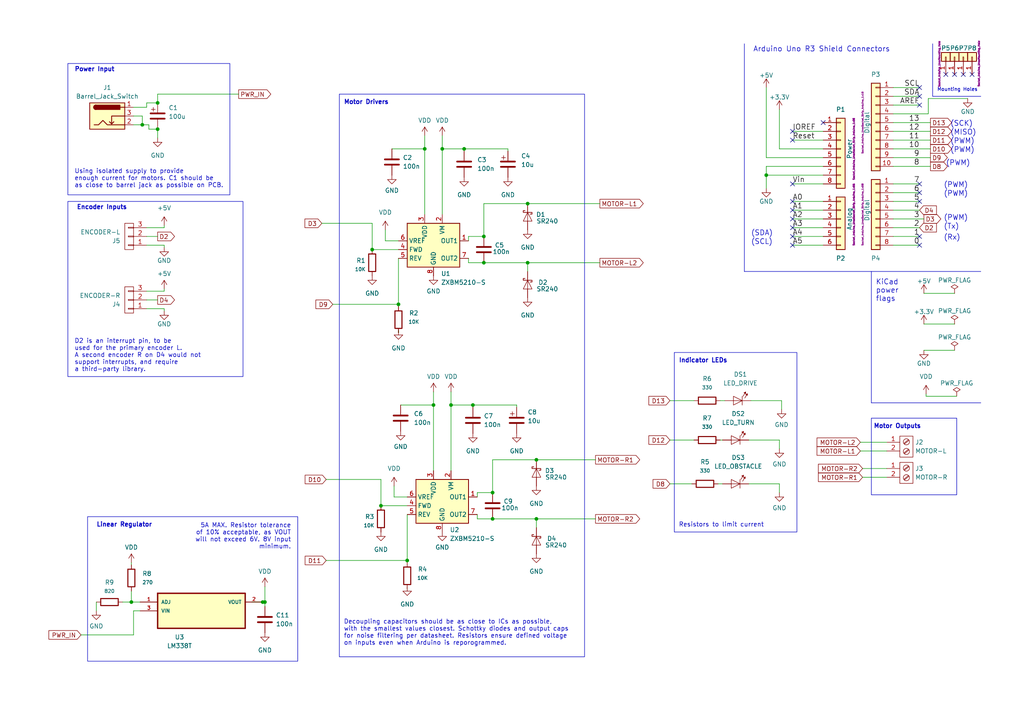
<source format=kicad_sch>
(kicad_sch (version 20230121) (generator eeschema)
  (paper "A4")
  (title_block (title "Arduino Dual Motor Driver Shield") (date "2024-04-16") (rev "E") (company "Connor Varney - 84155360"))
  (lib_symbols
    (symbol "Connector:Barrel_Jack_Switch" (pin_names hide)
      (property "Reference" "J" (at 0 5.334 0))
      (property "Value" "Barrel_Jack_Switch" (at 0 -5.08 0))
      (symbol "Barrel_Jack_Switch_0_1"
        (rectangle (start -5.08 3.81) (end 5.08 -3.81) (stroke (width 0.254)) (fill (type background)))
        (arc (start -3.302 3.175) (mid -3.9343 2.54) (end -3.302 1.905) (stroke (width 0.254)))
        (arc (start -3.302 3.175) (mid -3.9343 2.54) (end -3.302 1.905) (stroke (width 0.254)) (fill (type outline)))
        (polyline (pts (xy 1.27 -2.286) (xy 1.905 -1.651)) (stroke (width 0.254)))
        (polyline (pts (xy 5.08 2.54) (xy 3.81 2.54)) (stroke (width 0.254)))
        (polyline (pts (xy 5.08 0) (xy 1.27 0) (xy 1.27 -2.286) (xy 0.635 -1.651)) (stroke (width 0.254)))
        (polyline (pts (xy -3.81 -2.54) (xy -2.54 -2.54) (xy -1.27 -1.27) (xy 0 -2.54) (xy 2.54 -2.54) (xy 5.08 -2.54)) (stroke (width 0.254)))
        (rectangle (start 3.683 3.175) (end -3.302 1.905) (stroke (width 0.254)) (fill (type outline)))
      )
      (symbol "Barrel_Jack_Switch_1_1"
        (pin passive line (at 7.62 2.54 180) (length 2.54) (name "~") (number "1"))
        (pin passive line (at 7.62 -2.54 180) (length 2.54) (name "~") (number "2"))
        (pin passive line (at 7.62 0 180) (length 2.54) (name "~") (number "3"))
      )
    )
    (symbol "Connector_Generic:Conn_01x01" (pin_names (offset 1.016) hide)
      (property "Reference" "J" (at 0 2.54 0))
      (property "Value" "Conn_01x01" (at 0 -2.54 0))
      (symbol "Conn_01x01_1_1"
        (rectangle (start -1.27 0.127) (end 0 -0.127) (stroke (width 0.1524)))
        (rectangle (start -1.27 1.27) (end 1.27 -1.27) (stroke (width 0.254)) (fill (type background)))
        (pin passive line (at -5.08 0 0) (length 3.81) (name "Pin_1") (number "1"))
      )
    )
    (symbol "Connector_Generic:Conn_01x06" (pin_names (offset 1.016) hide)
      (property "Reference" "J" (at 0 7.62 0))
      (property "Value" "Conn_01x06" (at 0 -10.16 0))
      (symbol "Conn_01x06_1_1"
        (rectangle (start -1.27 -7.493) (end 0 -7.747) (stroke (width 0.1524)))
        (rectangle (start -1.27 -4.953) (end 0 -5.207) (stroke (width 0.1524)))
        (rectangle (start -1.27 -2.413) (end 0 -2.667) (stroke (width 0.1524)))
        (rectangle (start -1.27 0.127) (end 0 -0.127) (stroke (width 0.1524)))
        (rectangle (start -1.27 2.667) (end 0 2.413) (stroke (width 0.1524)))
        (rectangle (start -1.27 5.207) (end 0 4.953) (stroke (width 0.1524)))
        (rectangle (start -1.27 6.35) (end 1.27 -8.89) (stroke (width 0.254)) (fill (type background)))
        (pin passive line (at -5.08 5.08 0) (length 3.81) (name "Pin_1") (number "1"))
        (pin passive line (at -5.08 2.54 0) (length 3.81) (name "Pin_2") (number "2"))
        (pin passive line (at -5.08 0 0) (length 3.81) (name "Pin_3") (number "3"))
        (pin passive line (at -5.08 -2.54 0) (length 3.81) (name "Pin_4") (number "4"))
        (pin passive line (at -5.08 -5.08 0) (length 3.81) (name "Pin_5") (number "5"))
        (pin passive line (at -5.08 -7.62 0) (length 3.81) (name "Pin_6") (number "6"))
      )
    )
    (symbol "Connector_Generic:Conn_01x08" (pin_names (offset 1.016) hide)
      (property "Reference" "J" (at 0 10.16 0))
      (property "Value" "Conn_01x08" (at 0 -12.7 0))
      (symbol "Conn_01x08_1_1"
        (rectangle (start -1.27 -10.033) (end 0 -10.287) (stroke (width 0.1524)))
        (rectangle (start -1.27 -7.493) (end 0 -7.747) (stroke (width 0.1524)))
        (rectangle (start -1.27 -4.953) (end 0 -5.207) (stroke (width 0.1524)))
        (rectangle (start -1.27 -2.413) (end 0 -2.667) (stroke (width 0.1524)))
        (rectangle (start -1.27 0.127) (end 0 -0.127) (stroke (width 0.1524)))
        (rectangle (start -1.27 2.667) (end 0 2.413) (stroke (width 0.1524)))
        (rectangle (start -1.27 5.207) (end 0 4.953) (stroke (width 0.1524)))
        (rectangle (start -1.27 7.747) (end 0 7.493) (stroke (width 0.1524)))
        (rectangle (start -1.27 8.89) (end 1.27 -11.43) (stroke (width 0.254)) (fill (type background)))
        (pin passive line (at -5.08 7.62 0) (length 3.81) (name "Pin_1") (number "1"))
        (pin passive line (at -5.08 5.08 0) (length 3.81) (name "Pin_2") (number "2"))
        (pin passive line (at -5.08 2.54 0) (length 3.81) (name "Pin_3") (number "3"))
        (pin passive line (at -5.08 0 0) (length 3.81) (name "Pin_4") (number "4"))
        (pin passive line (at -5.08 -2.54 0) (length 3.81) (name "Pin_5") (number "5"))
        (pin passive line (at -5.08 -5.08 0) (length 3.81) (name "Pin_6") (number "6"))
        (pin passive line (at -5.08 -7.62 0) (length 3.81) (name "Pin_7") (number "7"))
        (pin passive line (at -5.08 -10.16 0) (length 3.81) (name "Pin_8") (number "8"))
      )
    )
    (symbol "Connector_Generic:Conn_01x10" (pin_names (offset 1.016) hide)
      (property "Reference" "J" (at 0 12.7 0))
      (property "Value" "Conn_01x10" (at 0 -15.24 0))
      (symbol "Conn_01x10_1_1"
        (rectangle (start -1.27 -12.573) (end 0 -12.827) (stroke (width 0.1524)))
        (rectangle (start -1.27 -10.033) (end 0 -10.287) (stroke (width 0.1524)))
        (rectangle (start -1.27 -7.493) (end 0 -7.747) (stroke (width 0.1524)))
        (rectangle (start -1.27 -4.953) (end 0 -5.207) (stroke (width 0.1524)))
        (rectangle (start -1.27 -2.413) (end 0 -2.667) (stroke (width 0.1524)))
        (rectangle (start -1.27 0.127) (end 0 -0.127) (stroke (width 0.1524)))
        (rectangle (start -1.27 2.667) (end 0 2.413) (stroke (width 0.1524)))
        (rectangle (start -1.27 5.207) (end 0 4.953) (stroke (width 0.1524)))
        (rectangle (start -1.27 7.747) (end 0 7.493) (stroke (width 0.1524)))
        (rectangle (start -1.27 10.287) (end 0 10.033) (stroke (width 0.1524)))
        (rectangle (start -1.27 11.43) (end 1.27 -13.97) (stroke (width 0.254)) (fill (type background)))
        (pin passive line (at -5.08 10.16 0) (length 3.81) (name "Pin_1") (number "1"))
        (pin passive line (at -5.08 -12.7 0) (length 3.81) (name "Pin_10") (number "10"))
        (pin passive line (at -5.08 7.62 0) (length 3.81) (name "Pin_2") (number "2"))
        (pin passive line (at -5.08 5.08 0) (length 3.81) (name "Pin_3") (number "3"))
        (pin passive line (at -5.08 2.54 0) (length 3.81) (name "Pin_4") (number "4"))
        (pin passive line (at -5.08 0 0) (length 3.81) (name "Pin_5") (number "5"))
        (pin passive line (at -5.08 -2.54 0) (length 3.81) (name "Pin_6") (number "6"))
        (pin passive line (at -5.08 -5.08 0) (length 3.81) (name "Pin_7") (number "7"))
        (pin passive line (at -5.08 -7.62 0) (length 3.81) (name "Pin_8") (number "8"))
        (pin passive line (at -5.08 -10.16 0) (length 3.81) (name "Pin_9") (number "9"))
      )
    )
    (symbol "Driver_Motor:ZXBM5210-S"
      (property "Reference" "U" (at -7.62 8.89 0))
      (property "Value" "ZXBM5210-S" (at 10.16 8.89 0))
      (symbol "ZXBM5210-S_0_0"
        (pin output line (at 10.16 2.54 180) (length 2.54) (name "OUT1") (number "1"))
        (pin power_in line (at 2.54 10.16 270) (length 2.54) (name "VM") (number "2"))
        (pin power_in line (at -2.54 10.16 270) (length 2.54) (name "VDD") (number "3"))
        (pin input line (at -10.16 0 0) (length 2.54) (name "FWD") (number "4"))
        (pin input line (at -10.16 -2.54 0) (length 2.54) (name "REV") (number "5"))
        (pin input line (at -10.16 2.54 0) (length 2.54) (name "VREF") (number "6"))
        (pin output line (at 10.16 -2.54 180) (length 2.54) (name "OUT2") (number "7"))
        (pin power_in line (at 0 -7.62 90) (length 2.54) (name "GND") (number "8"))
      )
      (symbol "ZXBM5210-S_0_1"
        (rectangle (start -7.62 7.62) (end 7.62 -5.08) (stroke (width 0.254)) (fill (type background)))
      )
    )
    (symbol "LM338T:LM338T" (pin_names (offset 1.016))
      (property "Reference" "U" (at -12.7 6.08 0))
      (property "Value" "LM338T" (at -12.7 -9.08 0))
      (symbol "LM338T_0_0"
        (rectangle (start -12.7 -5.08) (end 12.7 5.08) (stroke (width 0.41)) (fill (type background)))
        (pin input line (at -17.78 2.54 0) (length 5.08) (name "ADJ") (number "1"))
        (pin output line (at 17.78 2.54 180) (length 5.08) (name "VOUT") (number "2"))
        (pin input line (at -17.78 0 0) (length 5.08) (name "VIN") (number "3"))
      )
    )
    (symbol "enel200_uc_kicad7:UC_C" (pin_numbers hide) (pin_names (offset 0.254))
      (property "Reference" "C" (at 0.635 2.54 0))
      (property "Value" "UC_C" (at 0.635 -2.54 0))
      (symbol "UC_C_0_1"
        (polyline (pts (xy -2.032 -0.762) (xy 2.032 -0.762)) (stroke (width 0.508)))
        (polyline (pts (xy -2.032 0.762) (xy 2.032 0.762)) (stroke (width 0.508)))
      )
      (symbol "UC_C_1_1"
        (pin passive line (at 0 3.81 270) (length 2.794) (name "~") (number "1"))
        (pin passive line (at 0 -3.81 90) (length 2.794) (name "~") (number "2"))
      )
    )
    (symbol "enel200_uc_kicad7:UC_CONN_01X03" (pin_names (offset 1.016) hide)
      (property "Reference" "J" (at 0 5.08 0))
      (property "Value" "UC_CONN_01X03" (at 2.54 0 90))
      (symbol "UC_CONN_01X03_0_1"
        (rectangle (start -1.27 0.127) (end 0.254 -0.127))
        (rectangle (start -1.27 2.667) (end 0.254 2.413))
        (rectangle (start -1.27 3.81) (end 1.27 -3.81))
      )
      (symbol "UC_CONN_01X03_1_1"
        (rectangle (start -1.27 -2.413) (end 0.254 -2.667))
        (pin passive line (at -5.08 2.54 0) (length 3.81) (name "P1") (number "1"))
        (pin passive line (at -5.08 0 0) (length 3.81) (name "P2") (number "2"))
        (pin passive line (at -5.08 -2.54 0) (length 3.81) (name "P3") (number "3"))
      )
    )
    (symbol "enel200_uc_kicad7:UC_CP" (pin_numbers hide) (pin_names (offset 0.254))
      (property "Reference" "C" (at 0.635 2.54 0))
      (property "Value" "UC_CP" (at 0.635 -2.54 0))
      (symbol "UC_CP_0_0"
        (text "+" (at -1.27 2.032 0) (effects (font (size 1.524 1.524))))
      )
      (symbol "UC_CP_0_1"
        (polyline (pts (xy -2.032 -0.762) (xy 2.032 -0.762)) (stroke (width 0.508)))
        (polyline (pts (xy -2.032 0.762) (xy 2.032 0.762)) (stroke (width 0.508)))
      )
      (symbol "UC_CP_1_1"
        (pin passive line (at 0 3.81 270) (length 2.794) (name "~") (number "1"))
        (pin passive line (at 0 -3.81 90) (length 2.794) (name "~") (number "2"))
      )
    )
    (symbol "enel200_uc_kicad7:UC_D_SCHOTTKY" (pin_numbers hide) (pin_names (offset 1.016) hide)
      (property "Reference" "D" (at 0 2.54 0))
      (property "Value" "UC_D_SCHOTTKY" (at 0 -2.54 0))
      (symbol "UC_D_SCHOTTKY_0_1"
        (polyline (pts (xy 1.27 0) (xy -1.27 1.27) (xy -1.27 -1.27) (xy 1.27 0) (xy -1.27 0) (xy -1.27 0)))
        (polyline (pts (xy 1.778 0.762) (xy 1.778 1.27) (xy 1.27 1.27) (xy 1.27 -1.27) (xy 0.762 -1.27) (xy 0.762 -0.762)) (stroke (width 0.2032)))
      )
      (symbol "UC_D_SCHOTTKY_1_1"
        (pin passive line (at 3.81 0 180) (length 2.54) (name "K") (number "1"))
        (pin passive line (at -3.81 0 0) (length 2.54) (name "A") (number "2"))
      )
    )
    (symbol "enel200_uc_kicad7:UC_LED" (pin_numbers hide) (pin_names (offset 0) hide)
      (property "Reference" "DS" (at 0 2.54 0))
      (property "Value" "UC_LED" (at 0 -2.794 0))
      (symbol "UC_LED_0_1"
        (polyline (pts (xy 1.27 1.27) (xy 1.27 -1.27)))
        (polyline (pts (xy 1.27 0) (xy -1.27 1.27) (xy -1.27 -1.27) (xy 1.27 0) (xy -1.27 0) (xy -1.27 0)))
        (polyline (pts (xy 1.524 1.27) (xy 2.286 2.54) (xy 1.778 2.286) (xy 2.286 2.032) (xy 2.286 2.54) (xy 2.286 2.54)) (fill (type outline)))
        (polyline (pts (xy 2.032 0.762) (xy 2.794 2.032) (xy 2.286 1.778) (xy 2.794 1.524) (xy 2.794 2.032) (xy 2.794 2.032)) (fill (type outline)))
      )
      (symbol "UC_LED_1_1"
        (pin passive line (at 3.81 0 180) (length 2.54) (name "K") (number "1"))
        (pin passive line (at -3.81 0 0) (length 2.54) (name "A") (number "2"))
      )
    )
    (symbol "enel200_uc_kicad7:UC_R" (pin_numbers hide) (pin_names (offset 0))
      (property "Reference" "R" (at -1.905 -0.127 90))
      (property "Value" "UC_R" (at 0.127 0 90))
      (symbol "UC_R_0_1"
        (rectangle (start -1.016 2.54) (end 1.016 -2.54) (stroke (width 0.3048)))
      )
      (symbol "UC_R_1_1"
        (pin passive line (at 0 3.81 270) (length 1.27) (name "~") (number "1"))
        (pin passive line (at 0 -3.81 90) (length 1.27) (name "~") (number "2"))
      )
    )
    (symbol "enel200_uc_kicad7:UC_Screw_Terminal_01X02" (pin_names (offset 1.016) hide)
      (property "Reference" "J" (at 0 5.08 0))
      (property "Value" "UC_Screw_Terminal_01X02" (at 4.445 -0.635 90))
      (symbol "UC_Screw_Terminal_01X02_0_1"
        (rectangle (start -1.27 3.048) (end 2.54 -3.048))
        (polyline (pts (xy 1.2192 2.032) (xy -0.1016 0.9398)))
        (circle (center 0.635 1.397) (radius 0.889))
      )
      (symbol "UC_Screw_Terminal_01X02_1_1"
        (polyline (pts (xy 1.2192 -0.762) (xy -0.1016 -1.8542)))
        (polyline (pts (xy 1.3716 -0.9652) (xy 0.0508 -2.0574)))
        (polyline (pts (xy 1.3716 1.8288) (xy 0.0508 0.7366)))
        (circle (center 0.635 -1.397) (radius 0.889))
        (pin passive line (at -5.08 1.27 0) (length 3.81) (name "P1") (number "1"))
        (pin passive line (at -5.08 -1.27 0) (length 3.81) (name "P2") (number "2"))
      )
    )
    (symbol "power:+3.3V" (power) (pin_names (offset 0))
      (property "Value" "+3.3V" (at 0 3.556 0))
      (symbol "+3.3V_0_1"
        (polyline (pts (xy -0.762 1.27) (xy 0 2.54)))
        (polyline (pts (xy 0 0) (xy 0 2.54)))
        (polyline (pts (xy 0 2.54) (xy 0.762 1.27)))
      )
      (symbol "+3.3V_1_1"
        (pin power_in line (at 0 0 90) (length 0) hide (name "+3.3V") (number "1"))
      )
    )
    (symbol "power:+5V" (power) (pin_names (offset 0))
      (property "Value" "+5V" (at 0 3.556 0))
      (symbol "+5V_0_1"
        (polyline (pts (xy -0.762 1.27) (xy 0 2.54)))
        (polyline (pts (xy 0 0) (xy 0 2.54)))
        (polyline (pts (xy 0 2.54) (xy 0.762 1.27)))
      )
      (symbol "+5V_1_1"
        (pin power_in line (at 0 0 90) (length 0) hide (name "+5V") (number "1"))
      )
    )
    (symbol "power:GND" (power) (pin_names (offset 0))
      (property "Value" "GND" (at 0 -3.81 0))
      (symbol "GND_0_1"
        (polyline (pts (xy 0 0) (xy 0 -1.27) (xy 1.27 -1.27) (xy 0 -2.54) (xy -1.27 -1.27) (xy 0 -1.27)))
      )
      (symbol "GND_1_1"
        (pin power_in line (at 0 0 270) (length 0) hide (name "GND") (number "1"))
      )
    )
    (symbol "power:PWR_FLAG" (power) (pin_numbers hide) (pin_names (offset 0) hide)
      (property "Value" "PWR_FLAG" (at 0 3.81 0))
      (symbol "PWR_FLAG_0_0"
        (pin power_out line (at 0 0 90) (length 0) (name "pwr") (number "1"))
      )
      (symbol "PWR_FLAG_0_1"
        (polyline (pts (xy 0 0) (xy 0 1.27) (xy -1.016 1.905) (xy 0 2.54) (xy 1.016 1.905) (xy 0 1.27)))
      )
    )
    (symbol "power:VDD" (power) (pin_names (offset 0))
      (property "Value" "VDD" (at 0 3.81 0))
      (symbol "VDD_0_1"
        (polyline (pts (xy -0.762 1.27) (xy 0 2.54)))
        (polyline (pts (xy 0 0) (xy 0 2.54)))
        (polyline (pts (xy 0 2.54) (xy 0.762 1.27)))
      )
      (symbol "VDD_1_1"
        (pin power_in line (at 0 0 90) (length 0) hide (name "VDD") (number "1"))
      )
    )
  )
  (junction (at 45.72 29.845))
  (junction (at 155.575 133.35))
  (junction (at 38.1 174.625))
  (junction (at 115.57 88.265))
  (junction (at 128.27 43.18))
  (junction (at 76.835 174.625))
  (junction (at 76.2 174.625))
  (junction (at 140.335 68.58))
  (junction (at 153.035 59.055))
  (junction (at 125.73 117.475))
  (junction (at 134.62 43.18))
  (junction (at 140.335 76.2))
  (junction (at 45.72 37.465))
  (junction (at 123.19 43.18))
  (junction (at 153.035 76.2))
  (junction (at 155.575 150.495))
  (junction (at 110.49 146.685))
  (junction (at 222.25 50.8))
  (junction (at 137.16 117.475))
  (junction (at 118.11 162.56))
  (junction (at 41.275 36.195))
  (junction (at 142.875 142.875))
  (junction (at 107.95 72.39))
  (junction (at 142.875 150.495))
  (junction (at 130.81 117.475))
  (no_connect (at 266.7 68.58))
  (no_connect (at 229.87 63.5))
  (no_connect (at 229.87 58.42))
  (no_connect (at 279.4 21.59))
  (no_connect (at 276.86 21.59))
  (no_connect (at 229.87 38.1))
  (no_connect (at 266.7 30.48))
  (no_connect (at 229.87 66.04))
  (no_connect (at 266.7 58.42))
  (no_connect (at 229.87 68.58))
  (no_connect (at 281.94 21.59))
  (no_connect (at 266.7 71.12))
  (no_connect (at 274.32 21.59))
  (no_connect (at 266.7 53.34))
  (no_connect (at 266.7 25.4))
  (no_connect (at 229.87 71.12))
  (no_connect (at 229.87 60.96))
  (no_connect (at 238.76 35.56))
  (no_connect (at 266.7 27.94))
  (no_connect (at 229.87 40.64))
  (no_connect (at 229.87 53.34))
  (no_connect (at 266.7 55.88))
  (wire (pts (xy 140.335 59.055) (xy 153.035 59.055)))
  (wire (pts (xy 259.08 63.5) (xy 267.97 63.5)))
  (wire (pts (xy 259.08 68.58) (xy 266.7 68.58)))
  (wire (pts (xy 173.99 76.2) (xy 153.035 76.2)))
  (wire (pts (xy 217.805 116.205) (xy 226.695 116.205)))
  (wire (pts (xy 41.275 33.655) (xy 41.275 36.195)))
  (wire (pts (xy 268.605 114.3) (xy 268.605 114.935)))
  (wire (pts (xy 249.555 130.81) (xy 257.175 130.81)))
  (wire (pts (xy 110.49 146.685) (xy 118.11 146.685)))
  (wire (pts (xy 113.665 43.18) (xy 123.19 43.18)))
  (wire (pts (xy 238.76 63.5) (xy 229.87 63.5)))
  (wire (pts (xy 153.035 78.74) (xy 153.035 76.2)))
  (wire (pts (xy 259.08 38.1) (xy 269.875 38.1)))
  (wire (pts (xy 267.97 85.09) (xy 276.86 85.09)))
  (wire (pts (xy 107.95 64.77) (xy 93.345 64.77)))
  (wire (pts (xy 110.49 139.065) (xy 94.615 139.065)))
  (wire (pts (xy 267.97 93.98) (xy 276.86 93.98)))
  (wire (pts (xy 125.73 113.665) (xy 125.73 117.475)))
  (wire (pts (xy 128.27 43.18) (xy 128.27 62.23)))
  (wire (pts (xy 140.335 59.055) (xy 140.335 68.58)))
  (wire (pts (xy 238.76 40.64) (xy 229.87 40.64)))
  (wire (pts (xy 259.08 35.56) (xy 269.875 35.56)))
  (wire (pts (xy 266.7 71.12) (xy 259.08 71.12)))
  (wire (pts (xy 208.28 140.335) (xy 209.55 140.335)))
  (wire (pts (xy 116.205 117.475) (xy 125.73 117.475)))
  (wire (pts (xy 249.555 128.27) (xy 257.175 128.27)))
  (wire (pts (xy 45.72 27.305) (xy 45.72 29.845)))
  (wire (pts (xy 138.43 142.875) (xy 138.43 144.145)))
  (wire (pts (xy 38.735 177.165) (xy 38.735 184.15)))
  (wire (pts (xy 135.89 68.58) (xy 135.89 69.85)))
  (wire (pts (xy 128.27 43.18) (xy 134.62 43.18)))
  (wire (pts (xy 123.19 43.18) (xy 123.19 62.23)))
  (wire (pts (xy 27.94 174.625) (xy 27.94 177.165)))
  (wire (pts (xy 194.31 140.335) (xy 200.66 140.335)))
  (wire (pts (xy 130.81 117.475) (xy 130.81 136.525)))
  (wire (pts (xy 226.06 43.18) (xy 226.06 31.75)))
  (wire (pts (xy 259.08 40.64) (xy 269.875 40.64)))
  (wire (pts (xy 38.735 31.115) (xy 42.545 31.115)))
  (wire (pts (xy 115.57 88.265) (xy 115.57 88.9)))
  (wire (pts (xy 142.875 133.35) (xy 142.875 142.875)))
  (wire (pts (xy 40.64 177.165) (xy 38.735 177.165)))
  (wire (pts (xy 114.3 144.145) (xy 114.3 140.97)))
  (wire (pts (xy 267.97 101.6) (xy 276.86 101.6)))
  (wire (pts (xy 138.43 142.875) (xy 142.875 142.875)))
  (wire (pts (xy 238.76 45.72) (xy 222.25 45.72)))
  (wire (pts (xy 42.545 84.455) (xy 47.625 84.455)))
  (wire (pts (xy 94.615 162.56) (xy 118.11 162.56)))
  (wire (pts (xy 222.25 50.8) (xy 222.25 54.61)))
  (wire (pts (xy 137.16 117.475) (xy 149.86 117.475)))
  (wire (pts (xy 47.625 89.535) (xy 47.625 90.17)))
  (wire (pts (xy 43.18 37.465) (xy 43.18 36.195)))
  (wire (pts (xy 47.625 65.405) (xy 47.625 66.04)))
  (polyline (pts (xy 215.9 78.74) (xy 284.48 78.74)))
  (wire (pts (xy 45.72 68.58) (xy 42.545 68.58)))
  (wire (pts (xy 155.575 153.035) (xy 155.575 150.495)))
  (wire (pts (xy 238.76 58.42) (xy 229.87 58.42)))
  (wire (pts (xy 153.035 59.055) (xy 173.99 59.055)))
  (wire (pts (xy 226.695 116.205) (xy 226.695 118.745)))
  (wire (pts (xy 259.08 55.88) (xy 266.7 55.88)))
  (wire (pts (xy 47.625 71.12) (xy 47.625 71.755)))
  (wire (pts (xy 140.335 76.2) (xy 153.035 76.2)))
  (wire (pts (xy 194.31 127.635) (xy 201.295 127.635)))
  (wire (pts (xy 38.1 171.45) (xy 38.1 174.625)))
  (wire (pts (xy 259.08 58.42) (xy 266.7 58.42)))
  (wire (pts (xy 76.2 174.625) (xy 76.835 174.625)))
  (wire (pts (xy 259.08 48.26) (xy 269.875 48.26)))
  (wire (pts (xy 217.17 140.335) (xy 226.06 140.335)))
  (wire (pts (xy 208.915 127.635) (xy 209.55 127.635)))
  (wire (pts (xy 222.25 48.26) (xy 222.25 50.8)))
  (wire (pts (xy 76.835 174.625) (xy 76.835 175.895)))
  (wire (pts (xy 222.25 45.72) (xy 222.25 25.4)))
  (wire (pts (xy 130.81 117.475) (xy 137.16 117.475)))
  (wire (pts (xy 35.56 174.625) (xy 38.1 174.625)))
  (wire (pts (xy 259.08 27.94) (xy 266.7 27.94)))
  (wire (pts (xy 134.62 43.18) (xy 147.32 43.18)))
  (wire (pts (xy 45.72 86.995) (xy 42.545 86.995)))
  (wire (pts (xy 238.76 53.34) (xy 229.87 53.34)))
  (wire (pts (xy 76.835 170.18) (xy 76.835 174.625)))
  (wire (pts (xy 259.08 66.04) (xy 266.7 66.04)))
  (wire (pts (xy 229.87 38.1) (xy 238.76 38.1)))
  (wire (pts (xy 238.76 60.96) (xy 229.87 60.96)))
  (polyline (pts (xy 284.48 116.84) (xy 252.73 116.84)))
  (wire (pts (xy 96.52 88.265) (xy 115.57 88.265)))
  (polyline (pts (xy 252.73 116.84) (xy 252.73 78.74)))
  (wire (pts (xy 128.27 39.37) (xy 128.27 43.18)))
  (wire (pts (xy 123.19 39.37) (xy 123.19 43.18)))
  (wire (pts (xy 45.72 37.465) (xy 43.18 37.465)))
  (wire (pts (xy 259.08 30.48) (xy 266.7 30.48)))
  (wire (pts (xy 250.19 135.89) (xy 257.175 135.89)))
  (wire (pts (xy 118.11 170.815) (xy 118.11 170.18)))
  (wire (pts (xy 238.76 43.18) (xy 226.06 43.18)))
  (wire (pts (xy 137.16 117.475) (xy 137.16 118.11)))
  (wire (pts (xy 226.06 127.635) (xy 226.06 130.175)))
  (wire (pts (xy 226.06 140.335) (xy 226.06 142.875)))
  (wire (pts (xy 238.76 48.26) (xy 222.25 48.26)))
  (wire (pts (xy 130.81 113.665) (xy 130.81 117.475)))
  (wire (pts (xy 38.735 33.655) (xy 41.275 33.655)))
  (polyline (pts (xy 270.51 27.94) (xy 270.51 12.7)))
  (wire (pts (xy 47.625 89.535) (xy 42.545 89.535)))
  (wire (pts (xy 142.875 150.495) (xy 155.575 150.495)))
  (wire (pts (xy 259.08 33.02) (xy 269.24 33.02)))
  (wire (pts (xy 38.735 184.15) (xy 23.495 184.15)))
  (wire (pts (xy 268.605 114.935) (xy 277.495 114.935)))
  (wire (pts (xy 259.08 43.18) (xy 269.875 43.18)))
  (wire (pts (xy 47.625 84.455) (xy 47.625 83.82)))
  (wire (pts (xy 172.72 150.495) (xy 155.575 150.495)))
  (wire (pts (xy 118.11 162.56) (xy 118.11 163.195)))
  (wire (pts (xy 135.89 76.2) (xy 135.89 74.93)))
  (wire (pts (xy 118.11 144.145) (xy 114.3 144.145)))
  (wire (pts (xy 269.24 33.02) (xy 269.24 28.575)))
  (wire (pts (xy 73.025 174.625) (xy 76.2 174.625)))
  (wire (pts (xy 269.24 28.575) (xy 280.67 28.575)))
  (wire (pts (xy 259.08 53.34) (xy 266.7 53.34)))
  (wire (pts (xy 38.1 174.625) (xy 40.64 174.625)))
  (wire (pts (xy 111.76 69.85) (xy 111.76 66.675)))
  (wire (pts (xy 217.17 127.635) (xy 226.06 127.635)))
  (wire (pts (xy 107.95 72.39) (xy 115.57 72.39)))
  (wire (pts (xy 259.08 45.72) (xy 269.875 45.72)))
  (wire (pts (xy 45.72 37.465) (xy 45.72 40.005)))
  (wire (pts (xy 149.86 117.475) (xy 149.86 118.11)))
  (wire (pts (xy 47.625 71.12) (xy 42.545 71.12)))
  (polyline (pts (xy 284.48 27.94) (xy 270.51 27.94)))
  (wire (pts (xy 208.915 116.205) (xy 210.185 116.205)))
  (wire (pts (xy 135.89 68.58) (xy 140.335 68.58)))
  (wire (pts (xy 238.76 71.12) (xy 229.87 71.12)))
  (wire (pts (xy 118.11 149.225) (xy 118.11 162.56)))
  (wire (pts (xy 47.625 66.04) (xy 42.545 66.04)))
  (wire (pts (xy 135.89 76.2) (xy 140.335 76.2)))
  (wire (pts (xy 138.43 150.495) (xy 138.43 149.225)))
  (wire (pts (xy 142.875 133.35) (xy 155.575 133.35)))
  (wire (pts (xy 238.76 66.04) (xy 229.87 66.04)))
  (polyline (pts (xy 215.9 12.7) (xy 215.9 78.74)))
  (wire (pts (xy 194.31 116.205) (xy 201.295 116.205)))
  (wire (pts (xy 41.275 36.195) (xy 38.735 36.195)))
  (wire (pts (xy 250.19 138.43) (xy 257.175 138.43)))
  (wire (pts (xy 259.08 60.96) (xy 266.7 60.96)))
  (wire (pts (xy 238.76 68.58) (xy 229.87 68.58)))
  (wire (pts (xy 42.545 29.845) (xy 45.72 29.845)))
  (wire (pts (xy 138.43 150.495) (xy 142.875 150.495)))
  (wire (pts (xy 238.76 50.8) (xy 222.25 50.8)))
  (wire (pts (xy 125.73 117.475) (xy 125.73 136.525)))
  (wire (pts (xy 110.49 146.685) (xy 110.49 139.065)))
  (wire (pts (xy 43.18 36.195) (xy 41.275 36.195)))
  (wire (pts (xy 147.32 43.18) (xy 147.32 43.815)))
  (wire (pts (xy 134.62 43.18) (xy 134.62 43.815)))
  (wire (pts (xy 38.1 163.195) (xy 38.1 163.83)))
  (wire (pts (xy 69.215 27.305) (xy 45.72 27.305)))
  (wire (pts (xy 42.545 31.115) (xy 42.545 29.845)))
  (wire (pts (xy 107.95 72.39) (xy 107.95 64.77)))
  (wire (pts (xy 115.57 69.85) (xy 111.76 69.85)))
  (wire (pts (xy 155.575 133.35) (xy 172.72 133.35)))
  (wire (pts (xy 115.57 96.52) (xy 115.57 95.885)))
  (wire (pts (xy 115.57 74.93) (xy 115.57 88.265)))
  (wire (pts (xy 259.08 25.4) (xy 266.7 25.4)))
  (rectangle (start 195.58 102.235) (end 231.14 154.305))
  (rectangle (start 25.4 149.86) (end 86.36 191.77))
  (rectangle (start 19.685 58.42) (end 70.485 109.22))
  (rectangle (start 19.685 18.415) (end 66.675 56.515))
  (rectangle (start 98.425 27.305) (end 169.545 190.5))
  (rectangle (start 252.73 121.285) (end 277.495 143.51))
  (text "KiCad \npower \nflags" (at 254 87.63 0) (effects (font (size 1.4986 1.4986)) (justify left bottom)))
  (text "Motor Outputs" (at 253.365 124.46 0) (effects (font (size 1.27 1.27) bold) (justify left bottom)))
  (text "(Tx)" (at 273.685 66.675 0) (effects (font (size 1.4986 1.4986)) (justify left bottom)))
  (text "Decoupling capacitors should be as close to ICs as possible,\nwith the smallest values closest. Schottky diodes and output caps\nfor noise filtering per datasheet. Resistors ensure defined voltage\non inputs even when Arduino is reporogrammed." (at 99.695 187.325 0) (effects (font (size 1.27 1.27)) (justify left bottom)))
  (text "(SCK)" (at 275.59 36.83 0) (effects (font (size 1.4986 1.4986)) (justify left bottom)))
  (text "Encoder Inputs" (at 22.225 60.96 0) (effects (font (size 1.27 1.27) (thickness 0.254) bold) (justify left bottom)))
  (text "Indicator LEDs" (at 196.85 105.41 0) (effects (font (size 1.27 1.27) bold) (justify left bottom)))
  (text "5A MAX. Resistor tolerance\nof 10% acceptable, as VOUT\nwill not exceed 6V. 8V input\nminimum." (at 84.455 159.385 0) (effects (font (size 1.27 1.27)) (justify right bottom)))
  (text "Using isolated supply to provide\nenough current for motors. C1 should be \nas close to barrel jack as possible on PCB." (at 21.59 54.61 0) (effects (font (size 1.27 1.27)) (justify left bottom)))
  (text "(PWM)" (at 274.32 48.26 0) (effects (font (size 1.4986 1.4986)) (justify left bottom)))
  (text "(Rx)" (at 273.685 69.85 0) (effects (font (size 1.4986 1.4986)) (justify left bottom)))
  (text "Resistors to limit current" (at 196.85 153.035 0) (effects (font (size 1.27 1.27)) (justify left bottom)))
  (text "Arduino Uno R3 Shield Connectors" (at 218.44 15.24 0) (effects (font (size 1.4986 1.4986)) (justify left bottom)))
  (text "(SCL)" (at 217.805 71.12 0) (effects (font (size 1.4986 1.4986)) (justify left bottom)))
  (text "(MISO)" (at 275.59 39.37 0) (effects (font (size 1.4986 1.4986)) (justify left bottom)))
  (text "Mounting Holes" (at 271.78 26.67 0) (effects (font (size 1 1)) (justify left bottom)))
  (text "(PWM)" (at 275.59 41.91 0) (effects (font (size 1.4986 1.4986)) (justify left bottom)))
  (text "(SDA)" (at 217.805 68.58 0) (effects (font (size 1.4986 1.4986)) (justify left bottom)))
  (text "(PWM)" (at 273.685 54.61 0) (effects (font (size 1.4986 1.4986)) (justify left bottom)))
  (text "(PWM)" (at 273.685 64.135 0) (effects (font (size 1.4986 1.4986)) (justify left bottom)))
  (text "(PWM)" (at 273.685 57.15 0) (effects (font (size 1.4986 1.4986)) (justify left bottom)))
  (text "Linear Regulator" (at 27.94 153.035 0) (effects (font (size 1.27 1.27) bold) (justify left bottom)))
  (text "D2 is an interrupt pin, to be\nused for the primary encoder L.\nA second encoder R on D4 would not \nsupport interrupts, and require\na third-party library." (at 21.59 107.95 0) (effects (font (size 1.27 1.27)) (justify left bottom)))
  (text "Power Input" (at 21.59 20.955 0) (effects (font (size 1.27 1.27) bold) (justify left bottom)))
  (text "(PWM)" (at 275.59 44.45 0) (effects (font (size 1.4986 1.4986)) (justify left bottom)))
  (text "Motor Drivers" (at 99.695 30.48 0) (effects (font (size 1.27 1.27) (thickness 0.254) bold) (justify left bottom)))
  (label "6" (at 266.7 55.88 180) (effects (font (size 1.524 1.524))))
  (label "9" (at 266.7 45.72 180) (effects (font (size 1.524 1.524))))
  (label "12" (at 266.7 38.1 180) (effects (font (size 1.524 1.524))))
  (label "3" (at 266.7 63.5 180) (effects (font (size 1.524 1.524))))
  (label "5" (at 266.7 58.42 180) (effects (font (size 1.524 1.524))))
  (label "10" (at 266.7 43.18 180) (effects (font (size 1.524 1.524))))
  (label "A2" (at 229.87 63.5 0) (effects (font (size 1.524 1.524))))
  (label "IOREF" (at 229.87 38.1 0) (effects (font (size 1.524 1.524))))
  (label "A5" (at 229.87 71.12 0) (effects (font (size 1.524 1.524))))
  (label "2" (at 266.7 66.04 180) (effects (font (size 1.524 1.524))))
  (label "7" (at 266.7 53.34 180) (effects (font (size 1.524 1.524))))
  (label "A4" (at 229.87 68.58 0) (effects (font (size 1.524 1.524))))
  (label "1" (at 266.7 68.58 180) (effects (font (size 1.524 1.524))))
  (label "Reset" (at 229.87 40.64 0) (effects (font (size 1.524 1.524))))
  (label "SDA" (at 266.7 27.94 180) (effects (font (size 1.524 1.524))))
  (label "11" (at 266.7 40.64 180) (effects (font (size 1.524 1.524))))
  (label "4" (at 266.7 60.96 180) (effects (font (size 1.524 1.524))))
  (label "SCL" (at 266.7 25.4 180) (effects (font (size 1.524 1.524))))
  (label "A3" (at 229.87 66.04 0) (effects (font (size 1.524 1.524))))
  (label "A1" (at 229.87 60.96 0) (effects (font (size 1.524 1.524))))
  (label "A0" (at 229.87 58.42 0) (effects (font (size 1.524 1.524))))
  (label "Vin" (at 229.87 53.34 0) (effects (font (size 1.524 1.524))))
  (label "AREF" (at 266.7 30.48 180) (effects (font (size 1.524 1.524))))
  (label "13" (at 266.7 35.56 180) (effects (font (size 1.524 1.524))))
  (label "8" (at 266.7 48.26 180) (effects (font (size 1.524 1.524))))
  (label "0" (at 266.7 71.12 180) (effects (font (size 1.524 1.524))))
  (global_label "PWR_IN" (shape output) (at 69.215 27.305 0) (property "Intersheetrefs" "${INTERSHEET_REFS}" (effects hide)))
  (global_label "D13" (shape output) (at 269.875 35.56 0) (property "Intersheetrefs" "${INTERSHEET_REFS}" (effects hide)))
  (global_label "D13" (shape input) (at 194.31 116.205 180) (property "Intersheetrefs" "${INTERSHEET_REFS}" (effects hide)))
  (global_label "D3" (shape input) (at 93.345 64.77 180) (property "Intersheetrefs" "${INTERSHEET_REFS}" (effects hide)))
  (global_label "MOTOR-R2" (shape input) (at 250.19 135.89 180) (property "Intersheetrefs" "${INTERSHEET_REFS}" (effects hide)))
  (global_label "D12" (shape input) (at 194.31 127.635 180) (property "Intersheetrefs" "${INTERSHEET_REFS}" (effects hide)))
  (global_label "D11" (shape output) (at 269.875 40.64 0) (property "Intersheetrefs" "${INTERSHEET_REFS}" (effects hide)))
  (global_label "D10" (shape input) (at 94.615 139.065 180) (property "Intersheetrefs" "${INTERSHEET_REFS}" (effects hide)))
  (global_label "D2" (shape input) (at 266.7 66.04 0) (property "Intersheetrefs" "${INTERSHEET_REFS}" (effects hide)))
  (global_label "D8" (shape output) (at 269.875 48.26 0) (property "Intersheetrefs" "${INTERSHEET_REFS}" (effects hide)))
  (global_label "D9" (shape input) (at 96.52 88.265 180) (property "Intersheetrefs" "${INTERSHEET_REFS}" (effects hide)))
  (global_label "MOTOR-L1" (shape input) (at 249.555 130.81 180) (property "Intersheetrefs" "${INTERSHEET_REFS}" (effects hide)))
  (global_label "D4" (shape output) (at 45.72 86.995 0) (property "Intersheetrefs" "${INTERSHEET_REFS}" (effects hide)))
  (global_label "MOTOR-L1" (shape output) (at 173.99 59.055 0) (property "Intersheetrefs" "${INTERSHEET_REFS}" (effects hide)))
  (global_label "D3" (shape output) (at 267.97 63.5 0) (property "Intersheetrefs" "${INTERSHEET_REFS}" (effects hide)))
  (global_label "D12" (shape output) (at 269.875 38.1 0) (property "Intersheetrefs" "${INTERSHEET_REFS}" (effects hide)))
  (global_label "MOTOR-R2" (shape output) (at 172.72 150.495 0) (property "Intersheetrefs" "${INTERSHEET_REFS}" (effects hide)))
  (global_label "D8" (shape input) (at 194.31 140.335 180) (property "Intersheetrefs" "${INTERSHEET_REFS}" (effects hide)))
  (global_label "PWR_IN" (shape input) (at 23.495 184.15 180) (property "Intersheetrefs" "${INTERSHEET_REFS}" (effects hide)))
  (global_label "MOTOR-L2" (shape input) (at 249.555 128.27 180) (property "Intersheetrefs" "${INTERSHEET_REFS}" (effects hide)))
  (global_label "MOTOR-L2" (shape output) (at 173.99 76.2 0) (property "Intersheetrefs" "${INTERSHEET_REFS}" (effects hide)))
  (global_label "D9" (shape output) (at 269.875 45.72 0) (property "Intersheetrefs" "${INTERSHEET_REFS}" (effects hide)))
  (global_label "D2" (shape output) (at 45.72 68.58 0) (property "Intersheetrefs" "${INTERSHEET_REFS}" (effects hide)))
  (global_label "MOTOR-R1" (shape input) (at 250.19 138.43 180) (property "Intersheetrefs" "${INTERSHEET_REFS}" (effects hide)))
  (global_label "MOTOR-R1" (shape output) (at 172.72 133.35 0) (property "Intersheetrefs" "${INTERSHEET_REFS}" (effects hide)))
  (global_label "D10" (shape output) (at 269.875 43.18 0) (property "Intersheetrefs" "${INTERSHEET_REFS}" (effects hide)))
  (global_label "D4" (shape input) (at 266.7 60.96 0) (property "Intersheetrefs" "${INTERSHEET_REFS}" (effects hide)))
  (global_label "D11" (shape input) (at 94.615 162.56 180) (property "Intersheetrefs" "${INTERSHEET_REFS}" (effects hide)))
  (symbol (lib_id "Connector_Generic:Conn_01x08") (at 243.84 43.18 0) (unit 1)
    (property "Reference" "P1" (at 243.84 31.75 0))
    (property "Value" "Power" (at 246.38 43.18 90))
    (property "Footprint" "Socket_Arduino_Uno:Socket_Strip_Arduino_1x08" (at 247.65 43.18 90) (effects (font (size 0.508 0.508))))
  )
  (symbol (lib_id "power:+3.3V") (at 226.06 31.75 0) (unit 1)
    (property "Reference" "#PWR03" (effects hide))
    (property "Value" "+3.3V" (at 226.06 28.194 0))
  )
  (symbol (lib_id "power:GND") (at 222.25 54.61 0) (unit 1)
    (property "Reference" "#PWR01" (effects hide))
    (property "Value" "GND" (at 222.25 58.42 0))
  )
  (symbol (lib_id "power:GND") (at 280.67 28.575 0) (unit 1)
    (property "Reference" "#PWR07" (effects hide))
    (property "Value" "GND" (at 280.67 32.385 0))
  )
  (symbol (lib_id "Connector_Generic:Conn_01x06") (at 243.84 63.5 0) (unit 1)
    (property "Reference" "P2" (at 243.84 74.93 0))
    (property "Value" "Analog" (at 246.38 63.5 90))
    (property "Footprint" "Socket_Arduino_Uno:Socket_Strip_Arduino_1x06" (at 247.65 62.23 90) (effects (font (size 0.508 0.508))))
  )
  (symbol (lib_id "Connector_Generic:Conn_01x01") (at 274.32 16.51 90) (unit 1)
    (property "Reference" "P5" (at 274.32 13.97 90))
    (property "Value" "CONN_01X01" (effects hide))
    (property "Footprint" "Socket_Arduino_Uno:Mounting_Hole" (at 272.4404 18.5166 0) (effects (font (size 0.508 0.508))))
  )
  (symbol (lib_id "Connector_Generic:Conn_01x01") (at 276.86 16.51 90) (unit 1)
    (property "Reference" "P6" (at 276.86 13.97 90))
    (property "Value" "CONN_01X01" (effects hide))
    (property "Footprint" "Socket_Arduino_Uno:Mounting_Hole" (effects hide))
  )
  (symbol (lib_id "Connector_Generic:Conn_01x01") (at 279.4 16.51 90) (unit 1)
    (property "Reference" "P7" (at 279.4 13.97 90))
    (property "Value" "CONN_01X01" (effects hide))
    (property "Footprint" "Socket_Arduino_Uno:Mounting_Hole" (effects hide))
  )
  (symbol (lib_id "Connector_Generic:Conn_01x01") (at 281.94 16.51 90) (unit 1)
    (property "Reference" "P8" (at 281.94 13.97 90))
    (property "Value" "CONN_01X01" (effects hide))
    (property "Footprint" "Socket_Arduino_Uno:Mounting_Hole" (at 283.9212 18.4404 0) (effects (font (size 0.508 0.508))))
  )
  (symbol (lib_id "Connector_Generic:Conn_01x08") (at 254 60.96 0) (mirror y) (unit 1)
    (property "Reference" "P4" (at 254 74.93 0))
    (property "Value" "Digital" (at 251.46 60.96 90))
    (property "Footprint" "Socket_Arduino_Uno:Socket_Strip_Arduino_1x08" (at 250.19 62.23 90) (effects (font (size 0.508 0.508))))
  )
  (symbol (lib_id "Connector_Generic:Conn_01x10") (at 254 35.56 0) (mirror y) (unit 1)
    (property "Reference" "P3" (at 254 21.59 0))
    (property "Value" "Digital" (at 251.46 35.56 90))
    (property "Footprint" "Socket_Arduino_Uno:Socket_Strip_Arduino_1x10" (at 250.19 35.56 90) (effects (font (size 0.508 0.508))))
  )
  (symbol (lib_id "power:+5V") (at 267.97 85.09 0) (unit 1)
    (property "Reference" "#PWR04" (effects hide))
    (property "Value" "+5V" (at 267.97 81.534 0))
  )
  (symbol (lib_id "power:+3.3V") (at 267.97 93.98 0) (unit 1)
    (property "Reference" "#PWR05" (effects hide))
    (property "Value" "+3.3V" (at 267.97 90.424 0))
  )
  (symbol (lib_id "power:GND") (at 267.97 101.6 0) (unit 1)
    (property "Reference" "#PWR06" (effects hide))
    (property "Value" "GND" (at 267.97 105.41 0))
  )
  (symbol (lib_id "power:PWR_FLAG") (at 276.86 85.09 0) (unit 1)
    (property "Reference" "#FLG01" (effects hide))
    (property "Value" "PWR_FLAG" (at 276.86 81.28 0))
  )
  (symbol (lib_id "power:PWR_FLAG") (at 276.86 93.98 0) (unit 1)
    (property "Reference" "#FLG02" (effects hide))
    (property "Value" "PWR_FLAG" (at 276.86 90.17 0))
  )
  (symbol (lib_id "power:PWR_FLAG") (at 276.86 101.6 0) (unit 1)
    (property "Reference" "#FLG03" (effects hide))
    (property "Value" "PWR_FLAG" (at 276.86 97.79 0))
  )
  (symbol (lib_id "power:GND") (at 155.575 160.655 0) (unit 1)
    (property "Reference" "#PWR031" (effects hide))
    (property "Value" "GND" (at 155.575 165.735 0))
  )
  (symbol (lib_id "enel200_uc_kicad7:UC_CONN_01X03") (at 37.465 68.58 180) (unit 1)
    (property "Reference" "J5" (at 34.925 69.85 0) (effects (justify left)))
    (property "Value" "ENCODER-L" (at 34.925 67.31 0) (effects (justify left)))
    (property "Footprint" "Connector_PinHeader_2.54mm:PinHeader_1x03_P2.54mm_Vertical" (effects hide))
  )
  (symbol (lib_id "enel200_uc_kicad7:UC_R") (at 118.11 167.005 0) (unit 1)
    (property "Reference" "R4" (at 122.555 165.1 0))
    (property "Value" "10K" (at 122.555 167.64 0) (effects (font (size 1.016 1.016))))
    (property "Footprint" "Resistor_THT:R_Axial_DIN0207_L6.3mm_D2.5mm_P7.62mm_Horizontal" (effects hide))
  )
  (symbol (lib_id "power:VDD") (at 268.605 114.3 0) (unit 1)
    (property "Reference" "#PWR037" (effects hide))
    (property "Value" "VDD" (at 268.605 109.22 0))
  )
  (symbol (lib_id "enel200_uc_kicad7:UC_C") (at 76.835 179.705 0) (unit 1)
    (property "Reference" "C11" (at 80.01 178.435 0) (effects (justify left)))
    (property "Value" "100n" (at 80.01 180.975 0) (effects (justify left)))
    (property "Footprint" "Capacitor_THT:C_Rect_L4.6mm_W3.0mm_P2.50mm_MKS02_FKP02" (effects hide))
  )
  (symbol (lib_id "enel200_uc_kicad7:UC_R") (at 205.105 116.205 90) (unit 1)
    (property "Reference" "R6" (at 205.105 109.855 90))
    (property "Value" "330" (at 205.105 112.395 90) (effects (font (size 1.016 1.016))))
    (property "Footprint" "Resistor_THT:R_Axial_DIN0207_L6.3mm_D2.5mm_P7.62mm_Horizontal" (effects hide))
  )
  (symbol (lib_id "power:GND") (at 118.11 170.18 0) (unit 1)
    (property "Reference" "#PWR024" (effects hide))
    (property "Value" "GND" (at 118.11 175.26 0))
  )
  (symbol (lib_id "enel200_uc_kicad7:UC_Screw_Terminal_01X02") (at 262.255 137.16 0) (unit 1)
    (property "Reference" "J3" (at 265.43 135.89 0) (effects (justify left)))
    (property "Value" "MOTOR-R" (at 265.43 138.43 0) (effects (justify left)))
    (property "Footprint" "TerminalBlock_Phoenix:TerminalBlock_Phoenix_MKDS-1,5-2-5.08_1x02_P5.08mm_Horizontal" (effects hide))
  )
  (symbol (lib_id "enel200_uc_kicad7:UC_Screw_Terminal_01X02") (at 262.255 129.54 0) (unit 1)
    (property "Reference" "J2" (at 265.43 128.27 0) (effects (justify left)))
    (property "Value" "MOTOR-L" (at 265.43 130.81 0) (effects (justify left)))
    (property "Footprint" "TerminalBlock_Phoenix:TerminalBlock_Phoenix_MKDS-1,5-2-5.08_1x02_P5.08mm_Horizontal" (effects hide))
  )
  (symbol (lib_id "enel200_uc_kicad7:UC_R") (at 115.57 92.71 0) (unit 1)
    (property "Reference" "R2" (at 120.015 90.805 0))
    (property "Value" "10K" (at 120.015 93.345 0) (effects (font (size 1.016 1.016))))
    (property "Footprint" "Resistor_THT:R_Axial_DIN0207_L6.3mm_D2.5mm_P7.62mm_Horizontal" (effects hide))
  )
  (symbol (lib_id "power:VDD") (at 123.19 39.37 0) (unit 1)
    (property "Reference" "#PWR014" (effects hide))
    (property "Value" "VDD" (at 123.19 34.925 0))
  )
  (symbol (lib_id "enel200_uc_kicad7:UC_C") (at 134.62 47.625 0) (unit 1)
    (property "Reference" "C3" (at 138.43 46.355 0) (effects (justify left)))
    (property "Value" "100n" (at 138.43 48.895 0) (effects (justify left)))
    (property "Footprint" "Capacitor_THT:C_Rect_L4.6mm_W3.0mm_P2.50mm_MKS02_FKP02" (effects hide))
  )
  (symbol (lib_id "enel200_uc_kicad7:UC_LED") (at 213.995 116.205 0) (unit 1)
    (property "Reference" "DS1" (at 214.757 108.585 0))
    (property "Value" "LED_DRIVE" (at 214.757 111.125 0))
    (property "Footprint" "LED_THT:LED_D5.0mm" (effects hide))
    (property "Sim.Device" "D" (effects hide))
    (property "Sim.Pins" "1=K 2=A" (effects hide))
    (property "Sim.Params" "n=2.72" (effects hide))
  )
  (symbol (lib_id "enel200_uc_kicad7:UC_R") (at 205.105 127.635 90) (unit 1)
    (property "Reference" "R7" (at 205.105 121.285 90))
    (property "Value" "330" (at 205.105 123.825 90) (effects (font (size 1.016 1.016))))
    (property "Footprint" "Resistor_THT:R_Axial_DIN0207_L6.3mm_D2.5mm_P7.62mm_Horizontal" (effects hide))
  )
  (symbol (lib_id "power:+5V") (at 47.625 65.405 0) (unit 1)
    (property "Reference" "#PWR038" (effects hide))
    (property "Value" "+5V" (at 47.625 60.325 0))
  )
  (symbol (lib_id "enel200_uc_kicad7:UC_C") (at 113.665 46.99 0) (unit 1)
    (property "Reference" "C2" (at 116.84 45.72 0) (effects (justify left)))
    (property "Value" "100n" (at 116.84 48.26 0) (effects (justify left)))
    (property "Footprint" "Capacitor_THT:C_Rect_L4.6mm_W3.0mm_P2.50mm_MKS02_FKP02" (effects hide))
  )
  (symbol (lib_id "power:GND") (at 226.06 130.175 0) (unit 1)
    (property "Reference" "#PWR035" (effects hide))
    (property "Value" "GND" (at 226.06 134.62 0))
  )
  (symbol (lib_id "power:GND") (at 27.94 177.165 0) (unit 1)
    (property "Reference" "#PWR043" (effects hide))
    (property "Value" "GND" (at 27.94 181.61 0))
  )
  (symbol (lib_id "power:GND") (at 47.625 90.17 0) (unit 1)
    (property "Reference" "#PWR033" (effects hide))
    (property "Value" "GND" (at 47.625 93.98 0))
  )
  (symbol (lib_id "power:VDD") (at 130.81 113.665 0) (unit 1)
    (property "Reference" "#PWR027" (effects hide))
    (property "Value" "VDD" (at 130.81 109.22 0))
  )
  (symbol (lib_id "Connector:Barrel_Jack_Switch") (at 31.115 33.655 0) (unit 1)
    (property "Reference" "J1" (at 31.115 25.4 0))
    (property "Value" "Barrel_Jack_Switch" (at 31.115 27.94 0))
    (property "Footprint" "Connector_BarrelJack:BarrelJack_Horizontal" (effects hide))
  )
  (symbol (lib_id "enel200_uc_kicad7:UC_D_SCHOTTKY") (at 153.035 82.55 90) (unit 1)
    (property "Reference" "D2" (at 157.48 81.915 90))
    (property "Value" "SR240" (at 158.75 83.82 90))
    (property "Footprint" "Diode_THT:D_DO-35_SOD27_P2.54mm_Vertical_AnodeUp" (effects hide))
  )
  (symbol (lib_id "enel200_uc_kicad7:UC_R") (at 204.47 140.335 90) (unit 1)
    (property "Reference" "R5" (at 204.47 133.985 90))
    (property "Value" "330" (at 204.47 136.525 90) (effects (font (size 1.016 1.016))))
    (property "Footprint" "Resistor_THT:R_Axial_DIN0207_L6.3mm_D2.5mm_P7.62mm_Horizontal" (effects hide))
  )
  (symbol (lib_id "enel200_uc_kicad7:UC_LED") (at 213.36 127.635 0) (unit 1)
    (property "Reference" "DS2" (at 214.122 120.015 0))
    (property "Value" "LED_TURN" (at 214.122 122.555 0))
    (property "Footprint" "LED_THT:LED_D5.0mm" (effects hide))
    (property "Sim.Device" "D" (effects hide))
    (property "Sim.Pins" "1=K 2=A" (effects hide))
    (property "Sim.Params" "n=2.72" (effects hide))
  )
  (symbol (lib_id "power:GND") (at 137.16 125.73 0) (unit 1)
    (property "Reference" "#PWR028" (effects hide))
    (property "Value" "GND" (at 137.16 130.81 0))
  )
  (symbol (lib_id "enel200_uc_kicad7:UC_D_SCHOTTKY") (at 153.035 62.865 90) (unit 1)
    (property "Reference" "D1" (at 156.845 62.23 90))
    (property "Value" "SR240" (at 158.75 64.135 90))
    (property "Footprint" "Diode_THT:D_DO-35_SOD27_P2.54mm_Vertical_AnodeUp" (effects hide))
  )
  (symbol (lib_id "enel200_uc_kicad7:UC_C") (at 140.335 72.39 0) (unit 1)
    (property "Reference" "C5" (at 143.51 71.12 0) (effects (justify left)))
    (property "Value" "100n" (at 142.875 73.025 0) (effects (justify left)))
    (property "Footprint" "Capacitor_THT:C_Rect_L4.6mm_W3.0mm_P2.50mm_MKS02_FKP02" (effects hide))
  )
  (symbol (lib_id "Driver_Motor:ZXBM5210-S") (at 125.73 72.39 0) (unit 1)
    (property "Reference" "U1" (at 127.9241 79.375 0) (effects (justify left)))
    (property "Value" "ZXBM5210-S" (at 127.9241 81.915 0) (effects (justify left)))
    (property "Footprint" "Package_SO:SOIC-8_3.9x4.9mm_P1.27mm" (effects hide))
    (property "Datasheet" "https://www.diodes.com/assets/Datasheets/ZXBM5210.pdf" (effects hide))
  )
  (symbol (lib_id "power:GND") (at 115.57 95.885 0) (unit 1)
    (property "Reference" "#PWR010" (effects hide))
    (property "Value" "GND" (at 115.57 100.965 0))
  )
  (symbol (lib_id "power:GND") (at 116.205 125.095 0) (unit 1)
    (property "Reference" "#PWR023" (effects hide))
    (property "Value" "GND" (at 116.205 129.54 0))
  )
  (symbol (lib_id "enel200_uc_kicad7:UC_D_SCHOTTKY") (at 155.575 137.16 90) (unit 1)
    (property "Reference" "D3" (at 159.385 136.525 90))
    (property "Value" "SR240" (at 161.29 138.43 90))
    (property "Footprint" "Diode_THT:D_DO-35_SOD27_P2.54mm_Vertical_AnodeUp" (effects hide))
  )
  (symbol (lib_id "enel200_uc_kicad7:UC_C") (at 142.875 146.685 0) (unit 1)
    (property "Reference" "C9" (at 146.05 145.415 0) (effects (justify left)))
    (property "Value" "100n" (at 145.415 147.32 0) (effects (justify left)))
    (property "Footprint" "Capacitor_THT:C_Rect_L4.6mm_W3.0mm_P2.50mm_MKS02_FKP02" (effects hide))
  )
  (symbol (lib_id "enel200_uc_kicad7:UC_R") (at 31.75 174.625 90) (unit 1)
    (property "Reference" "R9" (at 31.75 168.91 90))
    (property "Value" "820" (at 31.75 171.45 90) (effects (font (size 1.016 1.016))))
    (property "Footprint" "Resistor_THT:R_Axial_DIN0207_L6.3mm_D2.5mm_P7.62mm_Horizontal" (effects hide))
  )
  (symbol (lib_id "enel200_uc_kicad7:UC_CP") (at 149.86 121.92 0) (unit 1)
    (property "Reference" "C8" (at 153.035 119.529 0) (effects (justify left)))
    (property "Value" "10u" (at 153.035 122.069 0) (effects (justify left)))
    (property "Footprint" "Capacitor_THT:CP_Radial_D8.0mm_P3.50mm" (effects hide))
  )
  (symbol (lib_id "enel200_uc_kicad7:UC_R") (at 110.49 150.495 0) (unit 1)
    (property "Reference" "R3" (at 108.585 149.86 0) (effects (justify right)))
    (property "Value" "10K" (at 108.585 152.4 0) (effects (font (size 1.016 1.016)) (justify right)))
    (property "Footprint" "Resistor_THT:R_Axial_DIN0207_L6.3mm_D2.5mm_P7.62mm_Horizontal" (effects hide))
  )
  (symbol (lib_id "power:GND") (at 226.06 142.875 0) (unit 1)
    (property "Reference" "#PWR034" (effects hide))
    (property "Value" "GND" (at 226.06 147.32 0))
  )
  (symbol (lib_id "power:GND") (at 128.27 154.305 0) (unit 1)
    (property "Reference" "#PWR026" (effects hide))
    (property "Value" "GND" (at 128.27 158.75 0))
  )
  (symbol (lib_id "power:GND") (at 76.835 183.515 0) (unit 1)
    (property "Reference" "#PWR041" (effects hide))
    (property "Value" "GND" (at 76.835 188.595 0))
  )
  (symbol (lib_id "power:GND") (at 153.035 86.36 0) (unit 1)
    (property "Reference" "#PWR020" (effects hide))
    (property "Value" "GND" (at 153.035 91.44 0))
  )
  (symbol (lib_id "power:VDD") (at 128.27 39.37 0) (unit 1)
    (property "Reference" "#PWR013" (effects hide))
    (property "Value" "VDD" (at 128.27 34.925 0))
  )
  (symbol (lib_id "enel200_uc_kicad7:UC_CP") (at 45.72 33.655 0) (unit 1)
    (property "Reference" "C1" (at 48.895 31.264 0) (effects (justify left)))
    (property "Value" "100u" (at 48.895 33.804 0) (effects (justify left)))
    (property "Footprint" "Capacitor_THT:CP_Radial_D8.0mm_P3.50mm" (effects hide))
  )
  (symbol (lib_id "power:PWR_FLAG") (at 277.495 114.935 0) (unit 1)
    (property "Reference" "#FLG04" (effects hide))
    (property "Value" "PWR_FLAG" (at 277.495 111.125 0))
  )
  (symbol (lib_id "power:VDD") (at 125.73 113.665 0) (unit 1)
    (property "Reference" "#PWR025" (effects hide))
    (property "Value" "VDD" (at 125.73 109.22 0))
  )
  (symbol (lib_id "power:VDD") (at 76.835 170.18 0) (unit 1)
    (property "Reference" "#PWR08" (effects hide))
    (property "Value" "VDD" (at 76.835 165.735 0))
  )
  (symbol (lib_id "power:+5V") (at 47.625 83.82 0) (unit 1)
    (property "Reference" "#PWR032" (effects hide))
    (property "Value" "+5V" (at 47.625 79.375 0))
  )
  (symbol (lib_id "enel200_uc_kicad7:UC_D_SCHOTTKY") (at 155.575 156.845 90) (unit 1)
    (property "Reference" "D4" (at 160.02 156.21 90))
    (property "Value" "SR240" (at 161.29 158.115 90))
    (property "Footprint" "Diode_THT:D_DO-35_SOD27_P2.54mm_Vertical_AnodeUp" (effects hide))
  )
  (symbol (lib_id "enel200_uc_kicad7:UC_LED") (at 213.36 140.335 0) (unit 1)
    (property "Reference" "DS3" (at 214.122 132.715 0))
    (property "Value" "LED_OBSTACLE" (at 214.122 135.255 0))
    (property "Footprint" "LED_THT:LED_D5.0mm" (effects hide))
    (property "Sim.Device" "D" (effects hide))
    (property "Sim.Pins" "1=K 2=A" (effects hide))
    (property "Sim.Params" "n=2.72" (effects hide))
  )
  (symbol (lib_id "power:GND") (at 110.49 154.305 0) (unit 1)
    (property "Reference" "#PWR021" (effects hide))
    (property "Value" "GND" (at 110.49 159.385 0))
  )
  (symbol (lib_id "power:GND") (at 113.665 50.8 0) (unit 1)
    (property "Reference" "#PWR015" (effects hide))
    (property "Value" "GND" (at 113.665 55.245 0))
  )
  (symbol (lib_id "power:GND") (at 134.62 51.435 0) (unit 1)
    (property "Reference" "#PWR016" (effects hide))
    (property "Value" "GND" (at 134.62 56.515 0))
  )
  (symbol (lib_id "power:GND") (at 125.73 80.01 0) (unit 1)
    (property "Reference" "#PWR018" (effects hide))
    (property "Value" "GND" (at 125.73 84.455 0))
  )
  (symbol (lib_id "power:GND") (at 47.625 71.755 0) (unit 1)
    (property "Reference" "#PWR039" (effects hide))
    (property "Value" "GND" (at 47.625 75.565 0))
  )
  (symbol (lib_id "power:GND") (at 107.95 80.01 0) (unit 1)
    (property "Reference" "#PWR011" (effects hide))
    (property "Value" "GND" (at 107.95 85.09 0))
  )
  (symbol (lib_id "power:GND") (at 155.575 140.97 0) (unit 1)
    (property "Reference" "#PWR030" (effects hide))
    (property "Value" "GND" (at 155.575 146.05 0))
  )
  (symbol (lib_id "power:GND") (at 149.86 125.73 0) (unit 1)
    (property "Reference" "#PWR029" (effects hide))
    (property "Value" "GND" (at 149.86 130.81 0))
  )
  (symbol (lib_id "power:GND") (at 147.32 51.435 0) (unit 1)
    (property "Reference" "#PWR017" (effects hide))
    (property "Value" "GND" (at 147.32 56.515 0))
  )
  (symbol (lib_id "enel200_uc_kicad7:UC_C") (at 137.16 121.92 0) (unit 1)
    (property "Reference" "C7" (at 140.335 120.65 0) (effects (justify left)))
    (property "Value" "100n" (at 140.335 123.19 0) (effects (justify left)))
    (property "Footprint" "Capacitor_THT:C_Rect_L4.6mm_W3.0mm_P2.50mm_MKS02_FKP02" (effects hide))
  )
  (symbol (lib_id "enel200_uc_kicad7:UC_CP") (at 147.32 47.625 0) (unit 1)
    (property "Reference" "C4" (at 151.13 45.234 0) (effects (justify left)))
    (property "Value" "10u" (at 151.13 47.774 0) (effects (justify left)))
    (property "Footprint" "Capacitor_THT:CP_Radial_D8.0mm_P3.50mm" (effects hide))
  )
  (symbol (lib_id "power:GND") (at 226.695 118.745 0) (unit 1)
    (property "Reference" "#PWR036" (effects hide))
    (property "Value" "GND" (at 226.695 123.19 0))
  )
  (symbol (lib_id "enel200_uc_kicad7:UC_R") (at 38.1 167.64 180) (unit 1)
    (property "Reference" "R8" (at 41.275 166.37 0) (effects (justify right)))
    (property "Value" "270" (at 41.275 168.91 0) (effects (font (size 1.016 1.016)) (justify right)))
    (property "Footprint" "Resistor_THT:R_Axial_DIN0207_L6.3mm_D2.5mm_P7.62mm_Horizontal" (effects hide))
  )
  (symbol (lib_id "enel200_uc_kicad7:UC_R") (at 107.95 76.2 0) (unit 1)
    (property "Reference" "R1" (at 106.045 75.565 0) (effects (justify right)))
    (property "Value" "10K" (at 106.045 78.105 0) (effects (font (size 1.016 1.016)) (justify right)))
    (property "Footprint" "Resistor_THT:R_Axial_DIN0207_L6.3mm_D2.5mm_P7.62mm_Horizontal" (effects hide))
  )
  (symbol (lib_id "Driver_Motor:ZXBM5210-S") (at 128.27 146.685 0) (unit 1)
    (property "Reference" "U2" (at 130.4641 153.67 0) (effects (justify left)))
    (property "Value" "ZXBM5210-S" (at 130.4641 156.21 0) (effects (justify left)))
    (property "Footprint" "Package_SO:SOIC-8_3.9x4.9mm_P1.27mm" (effects hide))
    (property "Datasheet" "https://www.diodes.com/assets/Datasheets/ZXBM5210.pdf" (effects hide))
  )
  (symbol (lib_id "LM338T:LM338T") (at 58.42 177.165 0) (unit 1)
    (property "Reference" "U3" (at 52.07 184.785 0))
    (property "Value" "LM338T" (at 52.07 187.325 0))
    (property "Footprint" "Package_TO_SOT_THT:TO-220-3_Horizontal_TabDown" (effects hide))
    (property "MF" "Texas Instruments" (effects hide))
    (property "Description" "\n5-A, 40-V, low-IQ, adjustable linear voltage regulator 3-TO-220 0 to 125\n" (effects hide))
    (property "Package" "TO-220-3 Texas Instruments" (effects hide))
    (property "Price" "None" (effects hide))
    (property "SnapEDA_Link" "https://www.snapeda.com/parts/LM338T/Texas+Instruments/view-part/?ref=snap" (effects hide))
    (property "MP" "LM338T" (effects hide))
    (property "Purchase-URL" "https://www.snapeda.com/api/url_track_click_mouser/?unipart_id=454344&manufacturer=Texas Instruments&part_name=LM338T&search_term=None" (effects hide))
    (property "Availability" "In Stock" (effects hide))
    (property "Check_prices" "https://www.snapeda.com/parts/LM338T/Texas+Instruments/view-part/?ref=eda" (effects hide))
  )
  (symbol (lib_id "power:GND") (at 153.035 66.675 0) (unit 1)
    (property "Reference" "#PWR019" (effects hide))
    (property "Value" "GND" (at 153.035 71.755 0))
  )
  (symbol (lib_id "enel200_uc_kicad7:UC_CONN_01X03") (at 37.465 86.995 180) (unit 1)
    (property "Reference" "J4" (at 34.925 88.265 0) (effects (justify left)))
    (property "Value" "ENCODER-R" (at 34.925 85.725 0) (effects (justify left)))
    (property "Footprint" "Connector_PinHeader_2.54mm:PinHeader_1x03_P2.54mm_Vertical" (effects hide))
  )
  (symbol (lib_id "power:VDD") (at 111.76 66.675 0) (unit 1)
    (property "Reference" "#PWR012" (effects hide))
    (property "Value" "VDD" (at 111.76 61.595 0))
  )
  (symbol (lib_id "power:GND") (at 45.72 40.005 0) (unit 1)
    (property "Reference" "#PWR09" (effects hide))
    (property "Value" "GND" (at 45.72 45.085 0))
  )
  (symbol (lib_id "enel200_uc_kicad7:UC_C") (at 116.205 121.285 0) (unit 1)
    (property "Reference" "C6" (at 120.015 120.015 0) (effects (justify left)))
    (property "Value" "100n" (at 120.015 122.555 0) (effects (justify left)))
    (property "Footprint" "Capacitor_THT:C_Rect_L4.6mm_W3.0mm_P2.50mm_MKS02_FKP02" (effects hide))
  )
  (symbol (lib_id "power:+5V") (at 222.25 25.4 0) (unit 1)
    (property "Reference" "#PWR02" (effects hide))
    (property "Value" "+5V" (at 222.25 21.844 0))
  )
  (symbol (lib_id "power:VDD") (at 114.3 140.97 0) (unit 1)
    (property "Reference" "#PWR022" (effects hide))
    (property "Value" "VDD" (at 114.3 135.89 0))
  )
  (symbol (lib_id "power:VDD") (at 38.1 163.195 0) (unit 1)
    (property "Reference" "#PWR042" (effects hide))
    (property "Value" "VDD" (at 38.1 158.75 0))
  )
)
</source>
